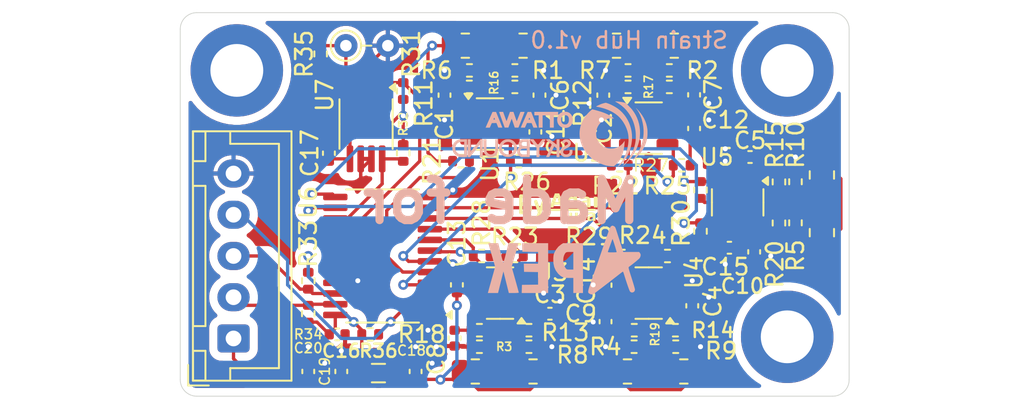
<source format=kicad_pcb>
(kicad_pcb (version 20241229) (generator "pcbnew") (generator_version "9.0")
  (title_block (title "Strain ADC") (date "2025-05-30") (rev "v1.0") (company "Ottawa Skybound") (comment 1 "Designed by Adam Turaj"))
  (layers (0 "F.Cu" signal) (2 "B.Cu" signal) (13 "F.Paste" user) (15 "B.Paste" user) (5 "F.SilkS" user "F.Silkscreen") (7 "B.SilkS" user "B.Silkscreen") (1 "F.Mask" user) (3 "B.Mask" user) (25 "Edge.Cuts" user))
  (net 0 "")
  (net 1 "GND")
  (net 2 "Net-(U1-Vin+)")
  (net 3 "Net-(U2-Vin+)")
  (net 4 "Net-(U3-Vin+)")
  (net 5 "Net-(U4-Vin+)")
  (net 6 "Net-(U5-Vin+)")
  (net 7 "Net-(U1-Vin-)")
  (net 8 "Net-(U2-Vin-)")
  (net 9 "Net-(U3-Vin-)")
  (net 10 "Net-(U4-Vin-)")
  (net 11 "Net-(U5-Vin-)")
  (net 12 "+3.3VA")
  (net 13 "Net-(J11-Pin_1)")
  (net 14 "Net-(J1-Pad2)")
  (net 15 "Net-(J2-Pad2)")
  (net 16 "Net-(J3-Pad2)")
  (net 17 "Net-(J4-Pad2)")
  (net 18 "Net-(J5-Pad2)")
  (net 19 "Net-(J6-Pad2)")
  (net 20 "Net-(J7-Pad2)")
  (net 21 "Net-(J8-Pad2)")
  (net 22 "Net-(J9-Pad2)")
  (net 23 "Net-(J10-Pad2)")
  (net 24 "Net-(J11-Pin_3)")
  (net 25 "Net-(J11-Pin_4)")
  (net 26 "Net-(J11-Pin_2)")
  (net 27 "Net-(U1-SCL)")
  (net 28 "Net-(U2-SCL)")
  (net 29 "Net-(U3-SCL)")
  (net 30 "Net-(U4-SCL)")
  (net 31 "Net-(U5-SCL)")
  (net 32 "Net-(U1-SDA)")
  (net 33 "Net-(U2-SDA)")
  (net 34 "Net-(U3-SDA)")
  (net 35 "Net-(U4-SDA)")
  (net 36 "Net-(U5-SDA)")
  (net 37 "Net-(U6-SC5)")
  (net 38 "Net-(U6-SD5)")
  (net 39 "Net-(U7-VIN)")
  (footprint "Resistor_SMD:R_0805_2012Metric" (layer "F.Cu") (at 147.46 94.5625)
    (property "Reference" "J6" (hide yes))
    (property "Value" "~")
  )
  (footprint "Capacitor_SMD:C_0402_1005Metric" (layer "F.Cu") (at 139.7 112.0625)
    (property "Reference" "C16")
    (property "Value" "0.1uF")
  )
  (footprint "Resistor_SMD:R_0402_1005Metric" (layer "F.Cu") (at 167.45 102.8125 90)
    (property "Reference" "R10")
    (property "Value" "350R")
  )
  (footprint "Resistor_SMD:R_0805_2012Metric" (layer "F.Cu") (at 157.2775 114.3125)
    (property "Reference" "J4" (hide yes))
    (property "Value" "~")
  )
  (footprint "Resistor_SMD:R_0402_1005Metric" (layer "F.Cu") (at 147.7 97.0625)
    (property "Reference" "R11")
    (property "Value" "100R")
  )
  (footprint "Resistor_THT:R_Axial_DIN0204_L3.6mm_D1.6mm_P2.54mm_Vertical" (layer "F.Cu") (at 140.23 94.5625)
    (property "Reference" "TH1" (hide yes))
    (property "Value" "10k")
  )
  (footprint "Resistor_SMD:R_0402_1005Metric" (layer "F.Cu") (at 147.2 101.5625)
    (property "Reference" "R21")
    (property "Value" "4k7")
  )
  (footprint "Resistor_SMD:R_0402_1005Metric" (layer "F.Cu") (at 161.7 105.8125 90)
    (property "Reference" "R30")
    (property "Value" "4k7")
  )
  (footprint "Resistor_SMD:R_0805_2012Metric" (layer "F.Cu") (at 169.05 105.8975 90)
    (property "Reference" "J5" (hide yes))
    (property "Value" "~")
  )
  (footprint "Resistor_SMD:R_0402_1005Metric" (layer "F.Cu") (at 143.7 101.0625 -90)
    (property "Reference" "R32")
    (property "Value" "4k7")
  )
  (footprint "Inductor_SMD:L_0805_2012Metric" (layer "F.Cu") (at 142.2 114.4125 180)
    (property "Reference" "FB1" (hide yes))
    (property "Value" "200R@100MHz")
  )
  (footprint "Capacitor_SMD:C_0402_1005Metric" (layer "F.Cu") (at 161.3125 97.5425 -90)
    (property "Reference" "C7")
    (property "Value" "10nF")
  )
  (footprint "Resistor_SMD:R_0402_1005Metric" (layer "F.Cu") (at 148.3125 111.8125 180)
    (property "Reference" "R18")
    (property "Value" "100R")
  )
  (footprint "Resistor_SMD:R_0402_1005Metric" (layer "F.Cu") (at 166.45 105.3125 -90)
    (property "Reference" "R20")
    (property "Value" "100R")
  )
  (footprint "Resistor_SMD:R_0402_1005Metric" (layer "F.Cu") (at 167.45 105.3025 -90)
    (property "Reference" "R5")
    (property "Value" "350R")
  )
  (footprint "Resistor_SMD:R_0402_1005Metric" (layer "F.Cu") (at 150.46 107.3125)
    (property "Reference" "R23")
    (property "Value" "4k7")
  )
  (footprint "Resistor_SMD:R_0402_1005Metric" (layer "F.Cu") (at 157.68 112.8125 180)
    (property "Reference" "R4")
    (property "Value" "350R")
  )
  (footprint "Capacitor_SMD:C_0402_1005Metric" (layer "F.Cu") (at 151.7 99.7925 -90)
    (property "Reference" "C11")
    (property "Value" "0.1uF")
  )
  (footprint "Resistor_SMD:R_0402_1005Metric" (layer "F.Cu") (at 166.45 102.8225 -90)
    (property "Reference" "R15")
    (property "Value" "100R")
  )
  (footprint "Capacitor_SMD:C_0402_1005Metric" (layer "F.Cu") (at 139.95 114.3125 90)
    (property "Reference" "C19")
    (property "Value" "1uF")
  )
  (footprint "Capacitor_SMD:C_0402_1005Metric" (layer "F.Cu") (at 155.8125 97.5625 -90)
    (property "Reference" "C2")
    (property "Value" "10nF")
  )
  (footprint "Resistor_SMD:R_0805_2012Metric" (layer "F.Cu") (at 160.1125 94.5625 180)
    (property "Reference" "J2" (hide yes))
    (property "Value" "~")
  )
  (footprint "Capacitor_SMD:C_0402_1005Metric" (layer "F.Cu") (at 152.5825 110.8125)
    (property "Reference" "C3")
    (property "Value" "10nF")
  )
  (footprint "Capacitor_SMD:C_0402_1005Metric" (layer "F.Cu") (at 164.95 107.0625 -90)
    (property "Reference" "C10")
    (property "Value" "10nF")
  )
  (footprint "Resistor_SMD:R_0402_1005Metric" (layer "F.Cu") (at 159.8125 97.0625)
    (property "Reference" "R17")
    (property "Value" "100R")
  )
  (footprint "Resistor_SMD:R_0805_2012Metric" (layer "F.Cu") (at 148.065 114.3125)
    (property "Reference" "J3" (hide yes))
    (property "Value" "~")
  )
  (footprint "Resistor_SMD:R_0402_1005Metric" (layer "F.Cu") (at 148.45 107.3125 180)
    (property "Reference" "R28")
    (property "Value" "4k7")
  )
  (footprint "Resistor_SMD:R_0402_1005Metric" (layer "F.Cu") (at 138.7 95.0625 90)
    (property "Reference" "R35")
    (property "Value" "51k")
  )
  (footprint "Package_SO:MSOP-8_3x3mm_P0.65mm" (layer "F.Cu") (at 141.45 99.3125 -90)
    (property "Reference" "U7")
    (property "Value" "ADC081C021CIMM")
  )
  (footprint "Resistor_SMD:R_0402_1005Metric" (layer "F.Cu") (at 159.7 107.3125 180)
    (property "Reference" "R24")
    (property "Value" "4k7")
  )
  (footprint "Resistor_SMD:R_0402_1005Metric" (layer "F.Cu") (at 160.2 112.8125)
    (property "Reference" "R9")
    (property "Value" "350R")
  )
  (footprint "Symbol:Logo" (layer "F.Cu") (at 154.45 104.442592)
    (property "Reference" "G***" (hide yes))
    (property "Value" "LOGO" (hide yes))
  )
  (footprint "Package_TO_SOT_SMD:SOT-23-6" (layer "F.Cu") (at 158.5625 99.5625)
    (property "Reference" "U2")
    (property "Value" "MCP3421A0T-ECH")
  )
  (footprint "Capacitor_SMD:C_0402_1005Metric" (layer "F.Cu") (at 161.3125 99.5825 90)
    (property "Reference" "C12")
    (property "Value" "0.1uF")
  )
  (footprint "Capacitor_SMD:C_0402_1005Metric" (layer "F.Cu") (at 163.45 106.8125 180)
    (property "Reference" "C15")
    (property "Value" "0.1uF")
  )
  (footprint "Resistor_SMD:R_0402_1005Metric" (layer "F.Cu") (at 157.3125 96.0625 180)
    (property "Reference" "R7")
    (property "Value" "350R")
  )
  (footprint "Resistor_SMD:R_0805_2012Metric" (layer "F.Cu") (at 160.69 114.3125 180)
    (property "Reference" "J9" (hide yes))
    (property "Value" "~")
  )
  (footprint "Resistor_SMD:R_0402_1005Metric" (layer "F.Cu") (at 159.8125 96.0625)
    (property "Reference" "R2")
    (property "Value" "350R")
  )
  (footprint "Resistor_SMD:R_0805_2012Metric" (layer "F.Cu") (at 156.615 94.5625)
    (property "Reference" "J7" (hide yes))
    (property "Value" "~")
  )
  (footprint "Capacitor_SMD:C_0402_1005Metric" (layer "F.Cu") (at 146.95 109.0625 90)
    (property "Reference" "C13")
    (property "Value" "0.1uF")
  )
  (footprint "Resistor_SMD:R_0805_2012Metric" (layer "F.Cu") (at 150.96 94.5625 180)
    (property "Reference" "J1" (hide yes))
    (property "Value" "~")
  )
  (footprint "Resistor_SMD:R_0402_1005Metric" (layer "F.Cu") (at 137.95 110.8125 90)
    (property "Reference" "R34")
    (property "Value" "2k2")
  )
  (footprint "Resistor_SMD:R_0805_2012Metric" (layer "F.Cu") (at 151.5625 114.3125 180)
    (property "Reference" "J8" (hide yes))
    (property "Value" "~")
  )
  (footprint "Package_TO_SOT_SMD:SOT-23-6" (layer "F.Cu") (at 163.95 104.0625 -90)
    (property "Reference" "U5")
    (property "Value" "MCP3421A0T-ECH")
  )
  (footprint "Resistor_SMD:R_0402_1005Metric" (layer "F.Cu") (at 150.7 101.5625 180)
    (property "Reference" "R26")
    (property "Value" "4k7")
  )
  (footprint "Resistor_SMD:R_0402_1005Metric" (layer "F.Cu") (at 141.7 112.0625)
    (property "Reference" "R36")
    (property "Value" "10k")
  )
  (footprint "Resistor_SMD:R_0402_1005Metric" (layer "F.Cu") (at 137.95 108.8125 -90)
    (property "Reference" "R33")
    (property "Value" "2k2")
  )
  (footprint "Resistor_SMD:R_0402_1005Metric" (layer "F.Cu") (at 160.18 111.8125 180)
    (property "Reference" "R14")
    (property "Value" "100R")
  )
  (footprint "MountingHole:MountingHole_3.2mm_M3_DIN965_Pad" (layer "F.Cu") (at 166.95 112.2125)
    (property "Reference" "REF**" (hide yes))
    (property "Value" "MountingHole_3.2mm_M3_DIN965_Pad")
  )
  (footprint "Capacitor_SMD:C_0402_1005Metric" (layer "F.Cu") (at 144.45 114.3125 90)
    (property "Reference" "C18")
    (property "Value" "10uF")
  )
  (footprint "Package_TO_SOT_SMD:SOT-23-6" (layer "F.Cu") (at 158.5625 109.5625 180)
    (property "Reference" "U4")
    (property "Value" "MCP3421A0T-ECH")
  )
  (footprint "Resistor_SMD:R_0402_1005Metric" (layer "F.Cu") (at 157.3125 97.0625)
    (property "Reference" "R12")
    (property "Value" "100R")
  )
  (footprint "Resistor_SMD:R_0402_1005Metric" (layer "F.Cu") (at 147.71 96.0625 180)
    (property "Reference" "R6")
    (property "Value" "350R")
  )
  (footprint "MountingHole:MountingHole_3.2mm_M3_DIN965_Pad" (layer "F.Cu") (at 166.95 96.0625)
    (property "Reference" "REF**" (hide yes))
    (property "Value" "MountingHole_3.2mm_M3_DIN965_Pad")
  )
  (footprint "Connector_JST:JST_XH_B5B-XH-A_1x05_P2.50mm_Vertical" (layer "F.Cu") (at 133.425 112.3125 90)
    (property "Reference" "J11" (hide yes))
    (property "Value" "Conn_01x05")
  )
  (footprint "Resistor_SMD:R_0402_1005Metric" (layer "F.Cu") (at 160.5625 101.8125 180)
    (property "Reference" "R27")
    (property "Value" "4k7")
  )
  (footprint "Capacitor_SMD:C_0402_1005Metric" (layer "F.Cu") (at 139.2 101.0825 90)
    (property "Reference" "C17")
    (property "Value" "0.1uF")
  )
  (footprint "Capacitor_SMD:C_0402_1005Metric" (layer "F.Cu") (at 155.95 109.0825 90)
    (property "Reference" "C14")
    (property "Value" "0.1uF")
  )
  (footprint "Resistor_SMD:R_0402_1005Metric" (layer "F.Cu") (at 143.7 97.3125 90)
    (property "Reference" "R31")
    (property "Value" "4k7")
  )
  (footprint "Capacitor_SMD:C_0402_1005Metric" (layer "F.Cu") (at 146.2 97.5625 -90)
    (property "Reference" "C1")
    (property "Value" "10nF")
  )
  (footprint "Package_TO_SOT_SMD:SOT-23-6" (layer "F.Cu") (at 148.95 99.3125)
    (property "Reference" "U1")
    (property "Value" "MCP3421A0T-ECH")
  )
  (footprint "Capacitor_SMD:C_0402_1005Metric" (layer "F.Cu") (at 137.95 114.3125 -90)
    (property "Reference" "C20")
    (property "Value" "10uF")
  )
  (footprint "Capacitor_SMD:C_0402_1005Metric" (layer "F.Cu") (at 146.8125 112.2925 -90)
    (property "Reference" "C8")
    (property "Value" "10nF")
  )
  (footprint "Capacitor_SMD:C_0402_1005Metric" (layer "F.Cu") (at 164.7 101.3125 180)
    (property "Reference" "C5")
    (property "Value" "10nF")
  )
  (footprint "Resistor_SMD:R_0402_1005Metric" (layer "F.Cu") (at 150.46 96.0625)
    (property "Reference" "R1")
    (property "Value" "350R")
  )
  (footprint "Capacitor_SMD:C_0402_1005Metric" (layer "F.Cu") (at 151.95 97.5625 -90)
    (property "Reference" "C6")
    (property "Value" "10nF")
  )
  (footprint "MountingHole:MountingHole_3.2mm_M3_DIN965_Pad" (layer "F.Cu") (at 133.625 96.0625)
    (property "Reference" "REF**" (hide yes))
    (property "Value" "MountingHole_3.2mm_M3_DIN965_Pad")
  )
  (footprint "Package_SO:TSSOP-24_4.4x7.8mm_P0.65mm" (layer "F.Cu") (at 142.45 107.3125 180)
    (property "Reference" "U6")
    (property "Value" "TCA9548APWR")
  )
  (footprint "Resistor_SMD:R_0402_1005Metric" (layer "F.Cu") (at 151.3125 111.8125 180)
    (property "Reference" "R13")
    (property "Value" "100R")
  )
  (footprint "Capacitor_SMD:C_0402_1005Metric" (layer "F.Cu") (at 161.2 110.3325 90)
    (property "Reference" "C4")
    (property "Value" "10nF")
  )
  (footprint "Package_TO_SOT_SMD:SOT-23-6" (layer "F.Cu") (at 149.5625 109.5625 180)
    (property "Reference" "U3")
    (property "Value" "MCP3421A0T-ECH")
  )
  (footprint "Resistor_SMD:R_0402_1005Metric" (layer "F.Cu") (at 157.69 111.8125 180)
    (property "Reference" "R19")
    (property "Value" "100R")
  )
  (footprint "Capacitor_SMD:C_0402_1005Metric" (layer "F.Cu") (at 155.95 111.2925 90)
    (property "Reference" "C9")
    (property "Value" "10nF")
  )
  (footprint "Resistor_SMD:R_0402_1005Metric" (layer "F.Cu") (at 150.46 97.0625)
    (property "Reference" "R16")
    (property "Value" "100R")
  )
  (footprint "Resistor_SMD:R_0402_1005Metric" (layer "F.Cu") (at 148.3125 112.8125 180)
    (property "Reference" "R3")
    (property "Value" "350R")
  )
  (footprint "Resistor_SMD:R_0402_1005Metric" (layer "F.Cu") (at 156.8125 101.8125)
    (property "Reference" "R22")
    (property "Value" "4k7")
  )
  (footprint "Resistor_SMD:R_0402_1005Metric" (layer "F.Cu") (at 151.3125 112.8125)
    (property "Reference" "R8")
    (property "Value" "350R")
  )
  (footprint "Resistor_SMD:R_0805_2012Metric" (layer "F.Cu") (at 169.05 102.4 -90)
    (property "Reference" "J10" (hide yes))
    (property "Value" "~")
  )
  (footprint "Resistor_SMD:R_0402_1005Metric" (layer "F.Cu") (at 156.96 107.3125)
    (property "Reference" "R29")
    (property "Value" "4k7")
  )
  (footprint "Resistor_SMD:R_0402_1005Metric" (layer "F.Cu") (at 161.7 103.3125 90)
    (property "Reference" "R25")
    (property "Value" "4k7")
  )
  (footprint "Silkscreen:TeamLogo" (layer "B.Cu") (at 152.195866 101.172368 180)
    (property "Reference" "G***" (hide yes))
    (property "Value" "LOGO" (hide yes))
  )
  (footprint "Silkscreen:ApexLogo" (layer "B.Cu") (at 152.233727 107.1925 180)
    (property "Reference" "G***" (hide yes))
    (property "Value" "LOGO" (hide yes))
  )
  (gr_line (start 131.2 92.5625) (end 169.7 92.5625) (stroke (width 0.05)) (layer "Edge.Cuts"))
  (gr_arc (start 131.2 115.8125) (mid 130.492893 115.519607) (end 130.2 114.8125) (stroke (width 0.05)) (layer "Edge.Cuts"))
  (gr_line (start 170.7 93.5625) (end 170.7 114.8125) (stroke (width 0.05)) (layer "Edge.Cuts"))
  (gr_arc (start 130.2 93.5625) (mid 130.492893 92.855393) (end 131.2 92.5625) (stroke (width 0.05)) (layer "Edge.Cuts"))
  (gr_arc (start 170.7 114.8125) (mid 170.407107 115.519607) (end 169.7 115.8125) (stroke (width 0.05)) (layer "Edge.Cuts"))
  (gr_line (start 169.7 115.8125) (end 131.2 115.8125) (stroke (width 0.05)) (layer "Edge.Cuts"))
  (gr_line (start 130.2 114.8125) (end 130.2 93.5625) (stroke (width 0.05)) (layer "Edge.Cuts"))
  (gr_arc (start 169.7 92.5625) (mid 170.407107 92.855393) (end 170.7 93.5625) (stroke (width 0.05)) (layer "Edge.Cuts"))
  (gr_text "By" (at 150.45 104.8125 0) (layer "F.SilkS") (effects (font (size 1 1) (thickness 0.2) (bold yes)) (justify left bottom)))
  (gr_text "Strain Hub v1.0" (at 163.45 94.8125 0) (layer "B.SilkS") (effects (font (size 1 1)) (justify left bottom mirror)))
  (gr_text "Made for" (at 158.31 105.465034 0) (layer "B.SilkS") (effects (font (size 2.5 2.5) (thickness 0.5) (bold yes)) (justify left bottom mirror)))
  (segment (start 145.3125 103.7375) (end 146.275 103.7375) (width 0.2) (layer "F.Cu") (net 1))
  (segment (start 155.2 109.0625) (end 155.49 109.0625) (width 0.2) (layer "F.Cu") (net 1))
  (segment (start 140.95 108.8125) (end 139.7125 108.8125) (width 0.2) (layer "F.Cu") (net 1))
  (segment (start 141.775 97.2) (end 141.775 95.5575) (width 0.2) (layer "F.Cu") (net 1))
  (segment (start 163.95 102.3125) (end 163.95 102.925) (width 0.2) (layer "F.Cu") (net 1))
  (segment (start 141.125 102.6375) (end 140.95 102.8125) (width 0.2) (layer "F.Cu") (net 1))
  (segment (start 146.275 103.7375) (end 146.7 103.3125) (width 0.2) (layer "F.Cu") (net 1))
  (segment (start 141.125 102.075) (end 141.775 101.425) (width 0.2) (layer "F.Cu") (net 1))
  (segment (start 141.125 101.425) (end 141.125 102.6375) (width 0.2) (layer "F.Cu") (net 1))
  (segment (start 139.7125 108.8125) (end 139.5875 108.9375) (width 0.2) (layer "F.Cu") (net 1))
  (segment (start 155.2 111.3125) (end 155.45 111.3125) (width 0.2) (layer "F.Cu") (net 1))
  (segment (start 155.49 109.0625) (end 155.95 108.6025) (width 0.2) (layer "F.Cu") (net 1))
  (segment (start 141.775 95.5575) (end 142.77 94.5625) (width 0.2) (layer "F.Cu") (net 1))
  (segment (start 146.7 107.8125) (end 146.7 108.3325) (width 0.2) (layer "F.Cu") (net 1))
  (segment (start 163.2 107.0425) (end 162.97 106.8125) (width 0.2) (layer "F.Cu") (net 1))
  (segment (start 146.7 108.3325) (end 146.95 108.5825) (width 0.2) (layer "F.Cu") (net 1))
  (segment (start 159.7 109.5625) (end 160.45 109.5625) (width 0.2) (layer "F.Cu") (net 1))
  (segment (start 141.125 102.6375) (end 141.125 102.075) (width 0.2) (layer "F.Cu") (net 1))
  (segment (start 163.2 101.5625) (end 163.95 102.3125) (width 0.2) (layer "F.Cu") (net 1))
  (segment (start 160.45 109.5625) (end 161.2 108.8125) (width 0.2) (layer "F.Cu") (net 1))
  (segment (start 163.2 107.8125) (end 163.2 107.0425) (width 0.2) (layer "F.Cu") (net 1))
  (segment (start 155.45 111.3125) (end 155.95 110.8125) (width 0.2) (layer "F.Cu") (net 1))
  (via (at 146.2 96.0625) (size 0.6) (drill 0.3) (layers "F.Cu" "B.Cu") (net 1))
  (via (at 162.2 99.0625) (size 0.6) (drill 0.3) (layers "F.Cu" "B.Cu") (net 1))
  (via (at 145.45 113.8125) (size 0.6) (drill 0.3) (layers "F.Cu" "B.Cu") (net 1))
  (via (at 154.95 98.0625) (size 0.6) (drill 0.3) (layers "F.Cu" "B.Cu") (net 1))
  (via (at 146.2 99.0625) (size 0.6) (drill 0.3) (layers "F.Cu" "B.Cu") (net 1))
  (via (at 161.2 108.8125) (size 0.6) (drill 0.3) (layers "F.Cu" "B.Cu") (net 1))
  (via (at 152.95 97.5625) (size 0.6) (drill 0.3) (layers "F.Cu" "B.Cu") (net 1))
  (via (at 161.2 96.0625) (size 0.6) (drill 0.3) (layers "F.Cu" "B.Cu") (net 1))
  (via (at 152.7 100.0625) (size 0.6) (drill 0.3) (layers "F.Cu" "B.Cu") (net 1))
  (via (at 139.95 113.0625) (size 0.6) (drill 0.3) (layers "F.Cu" "B.Cu") (net 1))
  (via (at 163.2 100.8125) (size 0.6) (drill 0.3) (layers "F.Cu" "B.Cu") (net 1))
  (via (at 138.95 113.8125) (size 0.6) (drill 0.3) (layers "F.Cu" "B.Cu") (net 1))
  (via (at 152.2 96.0625) (size 0.6) (drill 0.3) (layers "F.Cu" "B.Cu") (net 1))
  (via (at 161.7 112.8125) (size 0.6) (drill 0.3) (layers "F.Cu" "B.Cu") (net 1))
  (via (at 145.7 112.8125) (size 0.6) (drill 0.3) (layers "F.Cu" "B.Cu") (net 1))
  (via (at 145.2 111.8125) (size 0.6) (drill 0.3) (layers "F.Cu" "B.Cu") (net 1))
  (via (at 137.95 112.8125) (size 0.6) (drill 0.3) (layers "F.Cu" "B.Cu") (net 1))
  (via (at 162.2 109.8125) (size 0.6) (drill 0.3) (layers "F.Cu" "B.Cu") (net 1))
  (via (at 144.45 112.8125) (size 0.6) (drill 0.3) (layers "F.Cu" "B.Cu") (net 1))
  (via (at 146.7 107.8125) (size 0.6) (drill 0.3) (layers "F.Cu" "B.Cu") (net 1))
  (via (at 155.2 111.3125) (size 0.6) (drill 0.3) (layers "F.Cu" "B.Cu") (net 1))
  (via (at 152.2 109.5625) (size 0.6) (drill 0.3) (layers "F.Cu" "B.Cu") (net 1))
  (via (at 152.7 112.8125) (size 0.6) (drill 0.3) (layers "F.Cu" "B.Cu") (net 1))
  (via (at 140.95 108.8125) (size 0.6) (drill 0.3) (layers "F.Cu" "B.Cu") (net 1))
  (via (at 163.2 107.8125) (size 0.6) (drill 0.3) (layers "F.Cu" "B.Cu") (net 1))
  (via (at 162.2 98.0625) (size 0.6) (drill 0.3) (layers "F.Cu" "B.Cu") (net 1))
  (via (at 165.95 107.3125) (size 0.6) (drill 0.3) (layers "F.Cu" "B.Cu") (net 1))
  (via (at 155.95 96.0625) (size 0.6) (drill 0.3) (layers "F.Cu" "B.Cu") (net 1))
  (via (at 167.45 101.3125) (size 0.6) (drill 0.3) (layers "F.Cu" "B.Cu") (net 1))
  (via (at 146.7 103.3125) (size 0.6) (drill 0.3) (layers "F.Cu" "B.Cu") (net 1))
  (via (at 155.2 109.0625) (size 0.6) (drill 0.3) (layers "F.Cu" "B.Cu") (net 1))
  (via (at 155.7 99.0625) (size 0.6) (drill 0.3) (layers "F.Cu" "B.Cu") (net 1))
  (via (at 153.2 110.0625) (size 0.6) (drill 0.3) (layers "F.Cu" "B.Cu") (net 1))
  (via (at 155.95 112.8125) (size 0.6) (drill 0.3) (layers "F.Cu" "B.Cu") (net 1))
  (via (at 163.2 101.5625) (size 0.6) (drill 0.3) (layers "F.Cu" "B.Cu") (net 1))
  (segment (start 147.19 97.0625) (end 147.19 97.74) (width 0.2) (layer "F.Cu") (net 2))
  (segment (start 147.19 97.0625) (end 146.22 97.0625) (width 0.2) (layer "F.Cu") (net 2))
  (segment (start 146.22 97.0625) (end 146.2 97.0825) (width 0.2) (layer "F.Cu") (net 2))
  (segment (start 147.19 97.74) (end 147.8125 98.3625) (width 0.2) (layer "F.Cu") (net 2))
  (segment (start 156.7825 97.0825) (end 156.8025 97.0625) (width 0.2) (layer "F.Cu") (net 3))
  (segment (start 157.425 98.6125) (end 157.425 97.685) (width 0.2) (layer "F.Cu") (net 3))
  (segment (start 155.8125 97.0825) (end 156.7825 97.0825) (width 0.2) (layer "F.Cu") (net 3))
  (segment (start 157.425 97.685) (end 156.8025 97.0625) (width 0.2) (layer "F.Cu") (net 3))
  (segment (start 151.8225 111.0925) (end 152.1025 110.8125) (width 0.2) (layer "F.Cu") (net 4))
  (segment (start 151.8225 111.8125) (end 151.8225 111.635) (width 0.2) (layer "F.Cu") (net 4))
  (segment (start 151.8225 111.635) (end 150.7 110.5125) (width 0.2) (layer "F.Cu") (net 4))
  (segment (start 151.8225 111.8125) (end 151.8225 111.0925) (width 0.2) (layer "F.Cu") (net 4))
  (segment (start 160.69 111.8125) (end 160.69 111.5025) (width 0.2) (layer "F.Cu") (net 5))
  (segment (start 160.69 111.8125) (end 160.69 111.3225) (width 0.2) (layer "F.Cu") (net 5))
  (segment (start 160.69 111.5025) (end 159.7 110.5125) (width 0.2) (layer "F.Cu") (net 5))
  (segment (start 160.69 111.3225) (end 161.2 110.8125) (width 0.2) (layer "F.Cu") (net 5))
  (segment (start 165.5125 102.3125) (end 164.9 102.925) (width 0.2) (layer "F.Cu") (net 6))
  (segment (start 166.18 102.3125) (end 165.18 101.3125) (width 0.2) (layer "F.Cu") (net 6))
  (segment (start 166.45 102.3125) (end 165.5125 102.3125) (width 0.2) (layer "F.Cu") (net 6))
  (segment (start 166.45 102.3125) (end 166.18 102.3125) (width 0.2) (layer "F.Cu") (net 6))
  (segment (start 151.93 97.0625) (end 151.95 97.0825) (width 0.2) (layer "F.Cu") (net 7))
  (segment (start 150.97 97.0625) (end 151.93 97.0625) (width 0.2) (layer "F.Cu") (net 7))
  (segment (start 150.97 97.0625) (end 150.97 97.48) (width 0.2) (layer "F.Cu") (net 7))
  (segment (start 150.97 97.48) (end 150.0875 98.3625) (width 0.2) (layer "F.Cu") (net 7))
  (segment (start 160.3225 97.0625) (end 161.3125 97.0625) (width 0.2) (layer "F.Cu") (net 8))
  (segment (start 160.3225 97.99) (end 159.7 98.6125) (width 0.2) (layer "F.Cu") (net 8))
  (segment (start 160.3225 97.0625) (end 160.3225 97.99) (width 0.2) (layer "F.Cu") (net 8))
  (segment (start 147.8025 111.8125) (end 146.8125 111.8125) (width 0.2) (layer "F.Cu") (net 9))
  (segment (start 147.8025 111.8125) (end 147.8025 111.135) (width 0.2) (layer "F.Cu") (net 9))
  (segment (start 147.8025 111.135) (end 148.425 110.5125) (width 0.2) (layer "F.Cu") (net 9))
  (segment (start 157.18 111.8125) (end 157.18 110.7575) (width 0.2) (layer "F.Cu") (net 10))
  (segment (start 155.95 111.7725) (end 157.14 111.7725) (width 0.2) (layer "F.Cu") (net 10))
  (segment (start 157.14 111.7725) (end 157.18 111.8125) (width 0.2) (layer "F.Cu") (net 10))
  (segment (start 157.18 110.7575) (end 157.425 110.5125) (width 0.2) (layer "F.Cu") (net 10))
  (segment (start 165.5225 105.8225) (end 164.9 105.2) (width 0.2) (layer "F.Cu") (net 11))
  (segment (start 166.45 105.8225) (end 165.5225 105.8225) (width 0.2) (layer "F.Cu") (net 11))
  (segment (start 166.45 105.8225) (end 165.71 105.8225) (width 0.2) (layer "F.Cu") (net 11))
  (segment (start 165.71 105.8225) (end 164.95 106.5825) (width 0.2) (layer "F.Cu") (net 11))
  (segment (start 154.45 110.8125) (end 154.45 108.5625) (width 0.2) (layer "F.Cu") (net 12))
  (segment (start 164.075 106.9575) (end 164.075 109.4375) (width 0.2) (layer "F.Cu") (net 12))
  (segment (start 169.05 101.4875) (end 170.2 102.6375) (width 0.2) (layer "F.Cu") (net 12))
  (segment (start 146.69 101.5625) (end 145.7 101.5625) (width 0.2) (layer "F.Cu") (net 12))
  (segment (start 155.95 109.5625) (end 157.425 109.5625) (width 0.2) (layer "F.Cu") (net 12))
  (segment (start 143.7 98.5625) (end 143.7 97.8225) (width 0.2) (layer "F.Cu") (net 12))
  (segment (start 145.2 94.8125) (end 145.45 94.5625) (width 0.2) (layer "F.Cu") (net 12))
  (segment (start 140.475 101.425) (end 140.475 100.2875) (width 0.2) (layer "F.Cu") (net 12))
  (segment (start 153.95 114.3125) (end 154.45 113.8125) (width 0.2) (layer "F.Cu") (net 12))
  (segment (start 154.45 97.3125) (end 154.45 95.0625) (width 0.2) (layer "F.Cu") (net 12))
  (segment (start 149.52951 107.48299) (end 149.52951 108.870489) (width 0.2) (layer "F.Cu") (net 12))
  (segment (start 159.7 99.5625) (end 160.8125 99.5625) (width 0.2) (layer "F.Cu") (net 12))
  (segment (start 151.8725 94.5625) (end 153.95 94.5625) (width 0.2) (layer "F.Cu") (net 12))
  (segment (start 152.45 99.3125) (end 154.45 97.3125) (width 0.2) (layer "F.Cu") (net 12))
  (segment (start 161.0725 101.8125) (end 161.0725 100.3025) (width 0.2) (layer "F.Cu") (net 12))
  (segment (start 156.365 114.3125) (end 154.45 114.3125) (width 0.2) (layer "F.Cu") (net 12))
  (segment (start 155.7 107.3125) (end 156.45 107.3125) (width 0.2) (layer "F.Cu") (net 12))
  (segment (start 160.2 93.3125) (end 156.2 93.3125) (width 0.2) (layer "F.Cu") (net 12))
  (segment (start 145.7 101.5625) (end 145.2 101.0625) (width 0.2) (layer "F.Cu") (net 12))
  (segment (start 140.475 100.2875) (end 140.95 99.8125) (width 0.2) (layer "F.Cu") (net 12))
  (segment (start 148.837499 109.5625) (end 148.425 109.5625) (width 0.2) (layer "F.Cu") (net 12))
  (segment (start 138.7 98.5125) (end 140 99.8125) (width 0.2) (layer "F.Cu") (net 12))
  (segment (start 164.075 109.4375) (end 163.575 109.9375) (width 0.2) (layer "F.Cu") (net 12))
  (segment (start 153.7 99.3125) (end 156.2 101.8125) (width 0.2) (layer "F.Cu") (net 12))
  (segment (start 169.05 101.1625) (end 169.05 101.4875) (width 0.2) (layer "F.Cu") (net 12))
  (segment (start 140 99.8125) (end 140.95 99.8125) (width 0.2) (layer "F.Cu") (net 12))
  (segment (start 162.7 96.8125) (end 162.7 95.0625) (width 0.2) (layer "F.Cu") (net 12))
  (segment (start 154.45 110.8125) (end 155.7 109.5625) (width 0.2) (layer "F.Cu") (net 12))
  (segment (start 152.475 114.3125) (end 154.45 114.3125) (width 0.2) (layer "F.Cu") (net 12))
  (segment (start 154.45 108.5625) (end 155.7 107.3125) (width 0.2) (layer "F.Cu") (net 12))
  (segment (start 162.7 95.0625) (end 162.2 94.5625) (width 0.2) (layer "F.Cu") (net 12))
  (segment (start 154.45 95.0625) (end 154.95 94.5625) (width 0.2) (layer "F.Cu") (net 12))
  (segment (start 151.375 115.4125) (end 152.475 114.3125) (width 0.2) (layer "F.Cu") (net 12))
  (segment (start 156.2 93.3125) (end 155.7025 93.81) (width 0.2) (layer "F.Cu") (net 12))
  (segment (start 163.95 104.5625) (end 163.95 105.2) (width 0.2) (layer "F.Cu") (net 12))
  (segment (start 170.2 105.66) (end 169.05 106.81) (width 0.2) (layer "F.Cu") (net 12))
  (segment (start 166.45 108.5625) (end 168.2025 106.81) (width 0.2) (layer "F.Cu") (net 12))
  (segment (start 144.45 114.7925) (end 143.6425 114.7925) (width 0.2) (layer "F.Cu") (net 12))
  (segment (start 153.95 94.5625) (end 155.7025 94.5625) (width 0.2) (layer "F.Cu") (net 12))
  (segment (start 168.2 100.3125) (end 169.05 101.1625) (width 0.2) (layer "F.Cu") (net 12))
  (segment (start 154.95 94.5625) (end 155.7025 94.5625) (width 0.2) (layer "F.Cu") (net 12))
  (segment (start 151.46 101.8125) (end 151.21 101.5625) (width 0.2) (layer "F.Cu") (net 12))
  (segment (start 143.6425 114.7925) (end 143.2625 114.4125) (width 0.2) (layer "F.Cu") (net 12))
  (segment (start 148.405 109.5425) (end 148.425 109.5625) (width 0.2) (layer "F.Cu") (net 12))
  (segment (start 162.7 110.8125) (end 164.95 108.5625) (width 0.2) (layer "F.Cu") (net 12))
  (segment (start 150.0875 99.3125) (end 151.7 99.3125) (width 0.2) (layer "F.Cu") (net 12))
  (segment (start 149.7 107.3125) (end 149.52951 107.48299) (width 0.2) (layer "F.Cu") (net 12))
  (segment (start 151.7 99.3125) (end 153.7 99.3125) (width 0.2) (layer "F.Cu") (net 12))
  (segment (start 148.96 107.3125) (end 149.7 107.3125) (width 0.2) (layer "F.Cu") (net 12))
  (segment (start 146.5475 94.5625) (end 145.45 94.5625) (width 0.2) (layer "F.Cu") (net 12))
  (segment (start 143.7 100.5525) (end 143.7 98.5625) (width 0.2) (layer "F.Cu") (net 12))
  (segment (start 168.2025 106.81) (end 169.05 106.81) (width 0.2) (layer "F.Cu") (net 12))
  (segment (start 170.2 102.6375) (end 170.2 105.66) (width 0.2) (layer "F.Cu") (net 12))
  (segment (start 138.7 95.5725) (end 138.7 98.5125) (width 0.2) (layer "F.Cu") (net 12))
  (segment (start 160.21 107.3125) (end 160.71 107.3125) (width 0.2) (layer "F.Cu") (net 12))
  (segment (start 157.465 115.4125) (end 160.5025 115.4125) (width 0.2) (layer "F.Cu") (net 12))
  (segment (start 164.95 108.5625) (end 166.45 108.5625) (width 0.2) (layer "F.Cu") (net 12))
  (segment (start 145.2 101.0625) (end 145.2 94.8125) (width 0.2) (layer "F.Cu") (net 12))
  (segment (start 160.8125 99.5625) (end 161.3125 100.0625) (width 0.2) (layer "F.Cu") (net 12))
  (segment (start 163.93 106.8125) (end 164.075 106.9575) (width 0.2) (layer "F.Cu") (net 12))
  (segment (start 149.7 107.3125) (end 149.95 107.3125) (width 0.2) (layer "F.Cu") (net 12))
  (segment (start 165.95 100.0625) (end 166.2 100.3125) (width 0.2) (layer "F.Cu") (net 12))
  (segment (start 139.3375 101.425) (end 139.2 101.5625) (width 0.2) (layer "F.Cu") (net 12))
  (segment (start 140.475 101.425) (end 139.3375 101.425) (width 0.2) (layer "F.Cu") (net 12))
  (segment (start 140.95 99.8125) (end 142.45 99.8125) (width 0.2) (layer "F.Cu") (net 12))
  (segment (start 146.6725 114.7925) (end 147.1525 114.3125) (width 0.2) (layer "F.Cu") (net 12))
  (segment (start 155.7025 93.81) (end 155.7025 94.5625) (width 0.2) (layer "F.Cu") (net 12))
  (segment (start 155.7 109.5625) (end 155.95 109.5625) (width 0.2) (layer "F.Cu") (net 12))
  (segment (start 163.575 109.9375) (end 163.575 109.4375) (width 0.2) (layer "F.Cu") (net 12))
  (segment (start 161.3125 100.0625) (end 165.95 100.0625) (width 0.2) (layer "F.Cu") (net 12))
  (segment (start 151.7 99.3125) (end 152.45 99.3125) (width 0.2) (layer "F.Cu") (net 12))
  (segment (start 163.575 109.4375) (end 161.7 107.5625) (width 0.2) (layer "F.Cu") (net 12))
  (segment (start 142.45 99.8125) (end 143.7 98.5625) (width 0.2) (layer "F.Cu") (net 12))
  (segment (start 163.45 104.0625) (end 163.95 104.5625) (width 0.2) (layer "F.Cu") (net 12))
  (segment (start 146.95 109.5425) (end 148.405 109.5425) (width 0.2) (layer "F.Cu") (net 12))
  (segment (start 161.025 94.1375) (end 160.2 93.3125) (width 0.2) (layer "F.Cu") (net 12))
  (segment (start 160.5025 115.4125) (end 161.6025 114.3125) (width 0.2) (layer "F.Cu") (net 12))
  (segment (start 161.7 107.5625) (end 161.7 106.3225) (width 0.2) (layer "F.Cu") (net 12))
  (segment (start 144.45 114.7925) (end 146.6725 114.7925) (width 0.2) (layer "F.Cu") (net 12))
  (segment (start 149.52951 108.870489) (end 148.837499 109.5625) (width 0.2) (layer "F.Cu") (net 12))
  (segment (start 146.95 109.5425) (end 146.95 110.3125) (width 0.2) (layer "F.Cu") (net 12))
  (segment (start 156.3025 101.8125) (end 151.46 101.8125) (width 0.2) (layer "F.Cu") (net 12))
  (segment (start 150.6225 93.3125) (end 151.8725 94.5625) (width 0.2) (layer "F.Cu") (net 12))
  (segment (start 166.2 100.3125) (end 162.7 96.8125) (width 0.2) (layer "F.Cu") (net 12))
  (segment (start 156.365 114.3125) (end 157.465 115.4125) (width 0.2) (layer "F.Cu") (net 12))
  (segment (start 161.94 104.0625) (end 163.45 104.0625) (width 0.2) (layer "F.Cu") (net 12))
  (segment (start 147.7975 93.3125) (end 150.6225 93.3125) (width 0.2) (layer "F.Cu") (net 12))
  (segment (start 162.7 113.8125) (end 162.7 110.8125) (width 0.2) (layer "F.Cu") (net 12))
  (segment (start 148.2525 115.4125) (end 151.375 115.4125) (width 0.2) (layer "F.Cu") (net 12))
  (segment (start 163.95 105.2) (end 163.95 106.7925) (width 0.2) (layer "F.Cu") (net 12))
  (segment (start 163.95 106.7925) (end 163.93 106.8125) (width 0.2) (layer "F.Cu") (net 12))
  (segment (start 161.025 94.5625) (end 161.025 94.1375) (width 0.2) (layer "F.Cu") (net 12))
  (segment (start 147.1525 114.3125) (end 148.2525 115.4125) (width 0.2) (layer "F.Cu") (net 12))
  (segment (start 161.7 103.8225) (end 161.94 104.0625) (width 0.2) (layer "F.Cu") (net 12))
  (segment (start 168.2 100.3125) (end 166.2 100.3125) (width 0.2) (layer "F.Cu") (net 12))
  (segment (start 162.2 94.5625) (end 161.025 94.5625) (width 0.2) (layer "F.Cu") (net 12))
  (segment (start 161.0725 100.3025) (end 161.3125 100.0625) (width 0.2) (layer "F.Cu") (net 12))
  (segment (start 161.6025 114.3125) (end 162.2 114.3125) (width 0.2) (layer "F.Cu") (net 12))
  (segment (start 154.45 113.8125) (end 154.45 110.8125) (width 0.2) (layer "F.Cu") (net 12))
  (segment (start 162.2 114.3125) (end 162.7 113.8125) (width 0.2) (layer "F.Cu") (net 12))
  (segment (start 160.71 107.3125) (end 161.7 106.3225) (width 0.2) (layer "F.Cu") (net 12))
  (segment (start 146.5475 94.5625) (end 147.7975 93.3125) (width 0.2) (layer "F.Cu") (net 12))
  (via (at 145.45 94.5625) (size 0.6) (drill 0.3) (layers "F.Cu" "B.Cu") (net 12))
  (via (at 146.95 110.3125) (size 0.6) (drill 0.3) (layers "F.Cu" "B.Cu") (net 12))
  (via (at 145.95 114.8125) (size 0.6) (drill 0.3) (layers "F.Cu" "B.Cu") (net 12))
  (via (at 143.7 98.8125) (size 0.6) (drill 0.3) (layers "F.Cu" "B.Cu") (net 12))
  (segment (start 145.45 94.5625) (end 143.7 96.3125) (width 0.2) (layer "B.Cu") (net 12))
  (segment (start 146.95 113.8125) (end 145.95 114.8125) (width 0.2) (layer "B.Cu") (net 12))
  (segment (start 143.7 96.3125) (end 143.7 98.8125) (width 0.2) (layer "B.Cu") (net 12))
  (segment (start 146.95 110.3125) (end 146.95 113.8125) (width 0.2) (layer "B.Cu") (net 12))
  (segment (start 141.19 114.36) (end 141.1375 114.4125) (width 0.2) (layer "F.Cu") (net 13))
  (segment (start 137.95 114.7925) (end 137.876 114.8665) (width 0.2) (layer "F.Cu") (net 13))
  (segment (start 141.19 112.0625) (end 141.19 114.36) (width 0.2) (layer "F.Cu") (net 13))
  (segment (start 138.48 111.3225) (end 139.22 112.0625) (width 0.2) (layer "F.Cu") (net 13))
  (segment (start 139.5875 111.695) (end 139.22 112.0625) (width 0.2) (layer "F.Cu") (net 13))
  (segment (start 140.47 114.7925) (end 140.85 114.4125) (width 0.2) (layer "F.Cu") (net 13))
  (segment (start 137.95 111.3225) (end 138.48 111.3225) (width 0.2) (layer "F.Cu") (net 13))
  (segment (start 139.95 114.7925) (end 140.47 114.7925) (width 0.2) (layer "F.Cu") (net 13))
  (segment (start 133.425 113.5375) (end 133.425 112.3125) (width 0.2) (layer "F.Cu") (net 13))
  (segment (start 139.95 114.7925) (end 137.95 114.7925) (width 0.2) (layer "F.Cu") (net 13))
  (segment (start 137.95 107.3125) (end 137.95 108.3025) (width 0.2) (layer "F.Cu") (net 13))
  (segment (start 137.876 114.8665) (end 134.754 114.8665) (width 0.2) (layer "F.Cu") (net 13))
  (segment (start 139.5875 110.8875) (end 139.5875 111.695) (width 0.2) (layer "F.Cu") (net 13))
  (segment (start 140.85 114.4125) (end 141.1375 114.4125) (width 0.2) (layer "F.Cu") (net 13))
  (segment (start 134.754 114.8665) (end 133.425 113.5375) (width 0.2) (layer "F.Cu") (net 13))
  (segment (start 141.19 112.0625) (end 141.19 111.8025) (width 0.2) (layer "F.Cu") (net 13))
  (segment (start 141.19 111.8025) (end 140.275 110.8875) (width 0.2) (layer "F.Cu") (net 13))
  (segment (start 140.275 110.8875) (end 139.5875 110.8875) (width 0.2) (layer "F.Cu") (net 13))
  (via (at 140.7 111.3125) (size 0.6) (drill 0.3) (layers "F.Cu" "B.Cu") (net 13))
  (via (at 137.95 107.3125) (size 0.6) (drill 0.3) (layers "F.Cu" "B.Cu") (net 13))
  (segment (start 137.95 108.5625) (end 137.95 107.3125) (width 0.2) (layer "B.Cu") (net 13))
  (segment (start 140.7 111.3125) (end 137.95 108.5625) (width 0.2) (layer "B.Cu") (net 13))
  (segment (start 149.95 94.66) (end 150.0475 94.5625) (width 0.2) (layer "F.Cu") (net 14))
  (segment (start 149.95 97.0625) (end 149.95 94.66) (width 0.2) (layer "F.Cu") (net 14))
  (segment (start 159.2 96.96) (end 159.3025 97.0625) (width 0.2) (layer "F.Cu") (net 15))
  (segment (start 159.2 94.5625) (end 159.2 96.96) (width 0.2) (layer "F.Cu") (net 15))
  (segment (start 148.9775 111.9675) (end 148.8225 111.8125) (width 0.2) (layer "F.Cu") (net 16))
  (segment (start 148.9775 114.3125) (end 148.9775 111.9675) (width 0.2) (layer "F.Cu") (net 16))
  (segment (start 158.19 111.8225) (end 158.2 111.8125) (width 0.2) (layer "F.Cu") (net 17))
  (segment (start 158.19 114.3125) (end 158.19 111.8225) (width 0.2) (layer "F.Cu") (net 17))
  (segment (start 169.05 104.985) (end 166.6325 104.985) (width 0.2) (layer "F.Cu") (net 18))
  (segment (start 166.6325 104.985) (end 166.45 104.8025) (width 0.2) (layer "F.Cu") (net 18))
  (segment (start 148.21 97.0625) (end 148.21 94.725) (width 0.2) (layer "F.Cu") (net 19))
  (segment (start 148.21 94.725) (end 148.3725 94.5625) (width 0.2) (layer "F.Cu") (net 19))
  (segment (start 157.8225 94.8575) (end 157.5275 94.5625) (width 0.2) (layer "F.Cu") (net 20))
  (segment (start 157.8225 97.0625) (end 157.8225 94.8575) (width 0.2) (layer "F.Cu") (net 20))
  (segment (start 150.65 114.3125) (end 150.65 111.965) (width 0.2) (layer "F.Cu") (net 21))
  (segment (start 150.65 111.965) (end 150.8025 111.8125) (width 0.2) (layer "F.Cu") (net 21))
  (segment (start 159.7775 111.92) (end 159.67 111.8125) (width 0.2) (layer "F.Cu") (net 22))
  (segment (start 159.7775 114.3125) (end 159.7775 111.92) (width 0.2) (layer "F.Cu") (net 22))
  (segment (start 169.05 103.3125) (end 166.47 103.3125) (width 0.2) (layer "F.Cu") (net 23))
  (segment (start 166.47 103.3125) (end 166.45 103.3325) (width 0.2) (layer "F.Cu") (net 23))
  (segment (start 133.425 107.3125) (end 135.45 107.3125) (width 0.2) (layer "F.Cu") (net 24))
  (segment (start 137.46 109.3225) (end 137.95 109.3225) (width 0.2) (layer "F.Cu") (net 24))
  (segment (start 135.45 107.3125) (end 137.46 109.3225) (width 0.2) (layer "F.Cu") (net 24))
  (segment (start 138.215 109.5875) (end 137.95 109.3225) (width 0.2) (layer "F.Cu") (net 24))
  (segment (start 139.5875 109.5875) (end 138.215 109.5875) (width 0.2) (layer "F.Cu") (net 24))
  (segment (start 142.21 112.034044) (end 142.21 112.0625) (width 0.2) (layer "F.Cu") (net 25))
  (segment (start 144.656544 109.5875) (end 142.940772 111.303272) (width 0.2) (layer "F.Cu") (net 25))
  (segment (start 142.940772 111.303272) (end 142.21 112.034044) (width 0.2) (layer "F.Cu") (net 25))
  (segment (start 145.3125 109.5875) (end 144.656544 109.5875) (width 0.2) (layer "F.Cu") (net 25))
  (via (at 142.940772 111.303272) (size 0.6) (drill 0.3) (layers "F.Cu" "B.Cu") (net 25))
  (segment (start 136.7 107.5625) (end 133.95 104.8125) (width 0.2) (layer "B.Cu") (net 25))
  (segment (start 141.931544 112.3125) (end 139.95 112.3125) (width 0.2) (layer "B.Cu") (net 25))
  (segment (start 142.940772 111.303272) (end 141.931544 112.3125) (width 0.2) (layer "B.Cu") (net 25))
  (segment (start 139.95 112.3125) (end 136.7 109.0625) (width 0.2) (layer "B.Cu") (net 25))
  (segment (start 133.95 104.8125) (end 133.425 104.8125) (width 0.2) (layer "B.Cu") (net 25))
  (segment (start 136.7 109.0625) (end 136.7 107.5625) (width 0.2) (layer "B.Cu") (net 25))
  (segment (start 138.015 110.2375) (end 137.95 110.3025) (width 0.2) (layer "F.Cu") (net 26))
  (segment (start 139.5875 110.2375) (end 138.015 110.2375) (width 0.2) (layer "F.Cu") (net 26))
  (segment (start 137.95 110.3025) (end 133.915 110.3025) (width 0.2) (layer "F.Cu") (net 26))
  (segment (start 133.915 110.3025) (end 133.425 109.8125) (width 0.2) (layer "F.Cu") (net 26))
  (segment (start 147.71 101.5625) (end 147.71 102.0525) (width 0.2) (layer "F.Cu") (net 27))
  (segment (start 147.2 102.5625) (end 144.7 102.5625) (width 0.2) (layer "F.Cu") (net 27))
  (segment (start 147.71 101.5625) (end 147.71 100.365) (width 0.2) (layer "F.Cu") (net 27))
  (segment (start 142.7 104.5625) (end 142.7 107.3125) (width 0.2) (layer "F.Cu") (net 27))
  (segment (start 147.71 100.365) (end 147.8125 100.2625) (width 0.2) (layer "F.Cu") (net 27))
  (segment (start 142.7 107.3125) (end 143.675 108.2875) (width 0.2) (layer "F.Cu") (net 27))
  (segment (start 144.7 102.5625) (end 142.7 104.5625) (width 0.2) (layer "F.Cu") (net 27))
  (segment (start 143.675 108.2875) (end 145.3125 108.2875) (width 0.2) (layer "F.Cu") (net 27))
  (segment (start 147.71 102.0525) (end 147.2 102.5625) (width 0.2) (layer "F.Cu") (net 27))
  (segment (start 157.3225 101.8125) (end 157.3225 100.615) (width 0.2) (layer "F.Cu") (net 28))
  (segment (start 157.3225 100.615) (end 157.425 100.5125) (width 0.2) (layer "F.Cu") (net 28))
  (segment (start 145.38453 107.05953) (end 145.3125 106.9875) (width 0.2) (layer "F.Cu") (net 28))
  (segment (start 157.3225 102.685) (end 157.45 102.8125) (width 0.2) (layer "F.Cu") (net 28))
  (segment (start 147.172998 107.05953) (end 145.38453 107.05953) (width 0.2) (layer "F.Cu") (net 28))
  (segment (start 157.3225 101.8125) (end 157.3225 102.685) (width 0.2) (layer "F.Cu") (net 28))
  (via (at 157.45 102.8125) (size 0.6) (drill 0.3) (layers "F.Cu" "B.Cu") (net 28))
  (via (at 147.172998 107.05953) (size 0.6) (drill 0.3) (layers "F.Cu" "B.Cu") (net 28))
  (segment (start 147.175968 107.0625) (end 153.2 107.0625) (width 0.2) (layer "B.Cu") (net 28))
  (segment (start 147.172998 107.05953) (end 147.175968 107.0625) (width 0.2) (layer "B.Cu") (net 28))
  (segment (start 153.2 107.0625) (end 157.45 102.8125) (width 0.2) (layer "B.Cu") (net 28))
  (segment (start 150.7 108.6125) (end 150.7 107.5825) (width 0.2) (layer "F.Cu") (net 29))
  (segment (start 149.345 105.6875) (end 145.3125 105.6875) (width 0.2) (layer "F.Cu") (net 29))
  (segment (start 150.97 107.3125) (end 149.345 105.6875) (width 0.2) (layer "F.Cu") (net 29))
  (segment (start 150.7 107.5825) (end 150.97 107.3125) (width 0.2) (layer "F.Cu") (net 29))
  (segment (start 159.19 107.3125) (end 156.265 104.3875) (width 0.2) (layer "F.Cu") (net 30))
  (segment (start 159.19 108.1025) (end 159.7 108.6125) (width 0.2) (layer "F.Cu") (net 30))
  (segment (start 159.19 107.3125) (end 159.19 108.1025) (width 0.2) (layer "F.Cu") (net 30))
  (segment (start 156.265 104.3875) (end 145.3125 104.3875) (width 0.2) (layer "F.Cu") (net 30))
  (segment (start 161.7 102.8025) (end 160.71 102.8025) (width 0.2) (layer "F.Cu") (net 31))
  (segment (start 161.7 102.8025) (end 162.8775 102.8025) (width 0.2) (layer "F.Cu") (net 31))
  (segment (start 160.71 102.8025) (end 160.7 102.8125) (width 0.2) (layer "F.Cu") (net 31))
  (segment (start 162.8775 102.8025) (end 163 102.925) (width 0.2) (layer "F.Cu") (net 31))
  (segment (start 137.95 104.5625) (end 138.125 104.3875) (width 0.2) (layer "F.Cu") (net 31))
  (segment (start 138.125 104.3875) (end 139.5875 104.3875) (width 0.2) (layer "F.Cu") (net 31))
  (via (at 137.95 104.5625) (size 0.6) (drill 0.3) (layers "F.Cu" "B.Cu") (net 31))
  (via (at 160.7 102.8125) (size 0.6) (drill 0.3) (layers "F.Cu" "B.Cu") (net 31))
  (segment (start 160.7 102.0625) (end 160.7 102.8125) (width 0.2) (layer "B.Cu") (net 31))
  (segment (start 159.95 101.3125) (end 160.7 102.0625) (width 0.2) (layer "B.Cu") (net 31))
  (segment (start 137.95 104.5625) (end 138.2 104.3125) (width 0.2) (layer "B.Cu") (net 31))
  (segment (start 138.2 104.3125) (end 144.2 104.3125) (width 0.2) (layer "B.Cu") (net 31))
  (segment (start 147.2 101.3125) (end 159.95 101.3125) (width 0.2) (layer "B.Cu") (net 31))
  (segment (start 144.2 104.3125) (end 147.2 101.3125) (width 0.2) (layer "B.Cu") (net 31))
  (segment (start 145.1875 109.0625) (end 145.3125 108.9375) (width 0.2) (layer "F.Cu") (net 32))
  (segment (start 150.2 102.5625) (end 150.2 101.5725) (width 0.2) (layer "F.Cu") (net 32))
  (segment (start 150.19 100.365) (end 150.0875 100.2625) (width 0.2) (layer "F.Cu") (net 32))
  (segment (start 143.7 109.0625) (end 145.1875 109.0625) (width 0.2) (layer "F.Cu") (net 32))
  (segment (start 150.19 101.5625) (end 150.19 100.365) (width 0.2) (layer "F.Cu") (net 32))
  (segment (start 150.2 101.5725) (end 150.19 101.5625) (width 0.2) (layer "F.Cu") (net 32))
  (via (at 143.7 109.0625) (size 0.6) (drill 0.3) (layers "F.Cu" "B.Cu") (net 32))
  (via (at 150.2 102.5625) (size 0.6) (drill 0.3) (layers "F.Cu" "B.Cu") (net 32))
  (segment (start 143.7 109.0625) (end 150.2 102.5625) (width 0.2) (layer "B.Cu") (net 32))
  (segment (start 160.0525 102.46) (end 159.7 102.8125) (width 0.2) (layer "F.Cu") (net 33))
  (segment (start 143.7 107.3125) (end 144.025 107.6375) (width 0.2) (layer "F.Cu") (net 33))
  (segment (start 160.0525 101.8125) (end 160.0525 102.46) (width 0.2) (layer "F.Cu") (net 33))
  (segment (start 160.0525 101.8125) (end 160.0525 100.865) (width 0.2) (layer "F.Cu") (net 33))
  (segment (start 144.025 107.6375) (end 145.3125 107.6375) (width 0.2) (layer "F.Cu") (net 33))
  (segment (start 160.0525 100.865) (end 159.7 100.5125) (width 0.2) (layer "F.Cu") (net 33))
  (via (at 159.7 102.8125) (size 0.6) (drill 0.3) (layers "F.Cu" "B.Cu") (net 33))
  (via (at 143.7 107.3125) (size 0.6) (drill 0.3) (layers "F.Cu" "B.Cu") (net 33))
  (segment (start 158.7 101.8125) (end 149.2 101.8125) (width 0.2) (layer "B.Cu") (net 33))
  (segment (start 149.2 101.8125) (end 143.7 107.3125) (width 0.2) (layer "B.Cu") (net 33))
  (segment (start 159.7 102.8125) (end 158.7 101.8125) (width 0.2) (layer "B.Cu") (net 33))
  (segment (start 147.475 106.3375) (end 145.3125 106.3375) (width 0.2) (layer "F.Cu") (net 34))
  (segment (start 148.425 107.7975) (end 147.94 107.3125) (width 0.2) (layer "F.Cu") (net 34))
  (segment (start 148.425 108.6125) (end 148.425 107.7975) (width 0.2) (layer "F.Cu") (net 34))
  (segment (start 147.94 106.8025) (end 147.475 106.3375) (width 0.2) (layer "F.Cu") (net 34))
  (segment (start 147.94 107.3125) (end 147.94 106.8025) (width 0.2) (layer "F.Cu") (net 34))
  (segment (start 155.195 105.0375) (end 145.3125 105.0375) (width 0.2) (layer "F.Cu") (net 35))
  (segment (start 157.47 107.3125) (end 157.47 108.5675) (width 0.2) (layer "F.Cu") (net 35))
  (segment (start 157.47 108.5675) (end 157.425 108.6125) (width 0.2) (layer "F.Cu") (net 35))
  (segment (start 157.47 107.3125) (end 155.195 105.0375) (width 0.2) (layer "F.Cu") (net 35))
  (segment (start 161.7 105.3025) (end 162.8975 105.3025) (width 0.2) (layer "F.Cu") (net 36))
  (segment (start 161.7 105.3025) (end 160.71 105.3025) (width 0.2) (layer "F.Cu") (net 36))
  (segment (start 138.2 103.5625) (end 139.4125 103.5625) (width 0.2) (layer "F.Cu") (net 36))
  (segment (start 160.71 105.3025) (end 160.7 105.3125) (width 0.2) (layer "F.Cu") (net 36))
  (segment (start 162.8975 105.3025) (end 163 105.2) (width 0.2) (layer "F.Cu") (net 36))
  (segment (start 139.4125 103.5625) (end 139.5875 103.7375) (width 0.2) (layer "F.Cu") (net 36))
  (via (at 160.7 105.3125) (size 0.6) (drill 0.3) (layers "F.Cu" "B.Cu") (net 36))
  (via (at 138.2 103.5625) (size 0.6) (drill 0.3) (layers "F.Cu" "B.Cu") (net 36))
  (segment (start 160.45 100.8125) (end 140.95 100.8125) (width 0.2) (layer "B.Cu") (net 36))
  (segment (start 140.95 100.8125) (end 138.2 103.5625) (width 0.2) (layer "B.Cu") (net 36))
  (segment (start 161.45 104.5625) (end 161.45 101.8125) (width 0.2) (layer "B.Cu") (net 36))
  (segment (start 161.45 101.8125) (end 160.45 100.8125) (width 0.2) (layer "B.Cu") (net 36))
  (segment (start 160.7 105.3125) (end 161.45 104.5625) (width 0.2) (layer "B.Cu") (net 36))
  (segment (start 143.7 96.8025) (end 142.8225 96.8025) (width 0.2) (layer "F.Cu") (net 37))
  (segment (start 142.8225 96.8025) (end 142.425 97.2) (width 0.2) (layer "F.Cu") (net 37))
  (segment (start 140.575 105.6875) (end 144.7 101.5625) (width 0.2) (layer "F.Cu") (net 37))
  (segment (start 144.7 97.8025) (end 143.7 96.8025) (width 0.2) (layer "F.Cu") (net 37))
  (segment (start 144.7 101.5625) (end 144.7 97.8025) (width 0.2) (layer "F.Cu") (net 37))
  (segment (start 139.5875 105.6875) (end 140.575 105.6875) (width 0.2) (layer "F.Cu") (net 37))
  (segment (start 139.5875 105.0375) (end 140.324999 105.0375) (width 0.2) (layer "F.Cu") (net 38))
  (segment (start 143.5525 101.425) (end 143.7 101.5725) (width 0.2) (layer "F.Cu") (net 38))
  (segment (start 142.425 102.937499) (end 142.425 101.425) (width 0.2) (layer "F.Cu") (net 38))
  (segment (start 142.425 101.425) (end 143.5525 101.425) (width 0.2) (layer "F.Cu") (net 38))
  (segment (start 140.324999 105.0375) (end 142.425 102.937499) (width 0.2) (layer "F.Cu") (net 38))
  (segment (start 140.23 94.5625) (end 140.23 96.955) (width 0.2) (layer "F.Cu") (net 39))
  (segment (start 140.23 94.5625) (end 138.71 94.5625) (width 0.2) (layer "F.Cu") (net 39))
  (segment (start 138.71 94.5625) (end 138.7 94.5525) (width 0.2) (layer "F.Cu") (net 39))
  (segment (start 140.23 96.955) (end 140.475 97.2) (width 0.2) (layer "F.Cu") (net 39))
  (zone (net 1) (net_name "GND") (layers "F.Cu" "B.Cu") (connect_pads (clearance 0.5)) (min_thickness 0.25) (fill yes (thermal_gap 0.25) (thermal_bridge_width 0.25))
    (polygon (pts (xy 170.7 115.8125) (xy 170.7 92.5625) (xy 130.2 92.5625) (xy 130.2 115.8125)))
  )
)
</source>
